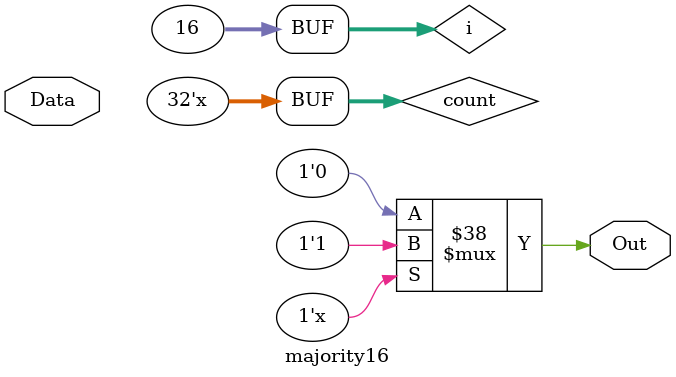
<source format=v>


module majority16 (Out, Data);

  input [15:0] Data;
    output reg Out;


    integer count =0;
  integer i;
always @* begin
   
    
    for (i = 0; i < 16; i = i + 1) begin
        if (Data[i] == 1'b1) 
            count = count + 1;
        
    end
    if (count >= 9) 
        Out = 1'b1;
     else 
        Out = 1'b0;
   
end

endmodule

</source>
